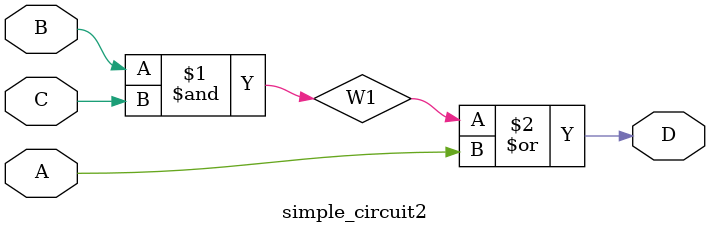
<source format=v>
module simple_circuit2 (A,B,C,D);  
output D;
input A, B, C;
wire W1;
and G1(W1, B, C);
or G2(D, W1, A);
endmodule


</source>
